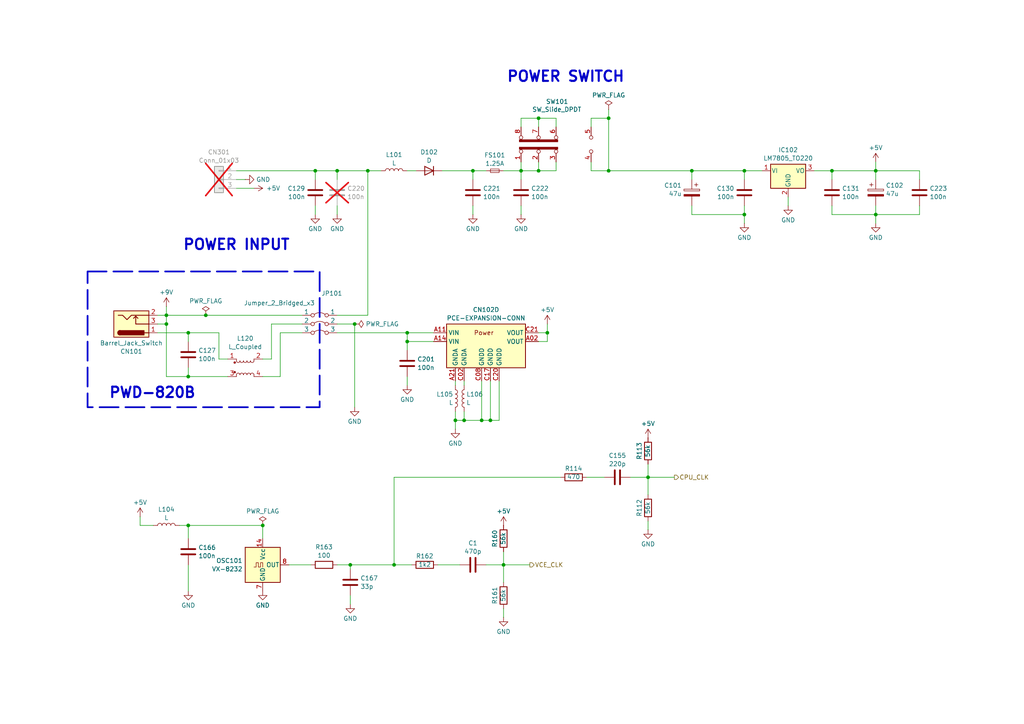
<source format=kicad_sch>
(kicad_sch (version 20231120) (generator "eeschema") (generator_version "8.0")
  (paper "A4")
  (title_block (title "PC-Engine SuperGrafx Schematics") (date "2024-04-18") (rev "0.1") (company "Author: Regis Galland") (comment 1 "Reversed Engineered Schematics from actual PCB"))
  (lib_symbols
    (symbol "Connector:Barrel_Jack_Switch" (pin_names hide)
      (property "Reference" "J" (at 0 5.334 0))
      (property "Value" "Barrel_Jack_Switch" (at 0 -5.08 0))
      (symbol "Barrel_Jack_Switch_0_1"
        (rectangle (start -5.08 3.81) (end 5.08 -3.81) (stroke (width 0.254)) (fill (type background)))
        (arc (start -3.302 3.175) (mid -3.9343 2.54) (end -3.302 1.905) (stroke (width 0.254)))
        (arc (start -3.302 3.175) (mid -3.9343 2.54) (end -3.302 1.905) (stroke (width 0.254)) (fill (type outline)))
        (polyline (pts (xy 1.27 -2.286) (xy 1.905 -1.651)) (stroke (width 0.254)))
        (polyline (pts (xy 5.08 2.54) (xy 3.81 2.54)) (stroke (width 0.254)))
        (polyline (pts (xy 5.08 0) (xy 1.27 0) (xy 1.27 -2.286) (xy 0.635 -1.651)) (stroke (width 0.254)))
        (polyline (pts (xy -3.81 -2.54) (xy -2.54 -2.54) (xy -1.27 -1.27) (xy 0 -2.54) (xy 2.54 -2.54) (xy 5.08 -2.54)) (stroke (width 0.254)))
        (rectangle (start 3.683 3.175) (end -3.302 1.905) (stroke (width 0.254)) (fill (type outline)))
      )
      (symbol "Barrel_Jack_Switch_1_1"
        (pin passive line (at 7.62 2.54 180) (length 2.54) (name "~") (number "1"))
        (pin passive line (at 7.62 -2.54 180) (length 2.54) (name "~") (number "2"))
        (pin passive line (at 7.62 0 180) (length 2.54) (name "~") (number "3"))
      )
    )
    (symbol "Connector_Generic:Conn_01x03" (pin_names (offset 1.016) hide)
      (property "Reference" "J" (at 0 5.08 0))
      (property "Value" "Conn_01x03" (at 0 -5.08 0))
      (symbol "Conn_01x03_1_1"
        (rectangle (start -1.27 -2.413) (end 0 -2.667) (stroke (width 0.1524)))
        (rectangle (start -1.27 0.127) (end 0 -0.127) (stroke (width 0.1524)))
        (rectangle (start -1.27 2.667) (end 0 2.413) (stroke (width 0.1524)))
        (rectangle (start -1.27 3.81) (end 1.27 -3.81) (stroke (width 0.254)) (fill (type background)))
        (pin passive line (at -5.08 2.54 0) (length 3.81) (name "Pin_1") (number "1"))
        (pin passive line (at -5.08 0 0) (length 3.81) (name "Pin_2") (number "2"))
        (pin passive line (at -5.08 -2.54 0) (length 3.81) (name "Pin_3") (number "3"))
      )
    )
    (symbol "Device:C" (pin_numbers hide) (pin_names (offset 0.254))
      (property "Reference" "C" (at 0.635 2.54 0))
      (property "Value" "C" (at 0.635 -2.54 0))
      (symbol "C_0_1"
        (polyline (pts (xy -2.032 -0.762) (xy 2.032 -0.762)) (stroke (width 0.508)))
        (polyline (pts (xy -2.032 0.762) (xy 2.032 0.762)) (stroke (width 0.508)))
      )
      (symbol "C_1_1"
        (pin passive line (at 0 3.81 270) (length 2.794) (name "~") (number "1"))
        (pin passive line (at 0 -3.81 90) (length 2.794) (name "~") (number "2"))
      )
    )
    (symbol "Device:C_Polarized" (pin_numbers hide) (pin_names (offset 0.254))
      (property "Reference" "C" (at 0.635 2.54 0))
      (property "Value" "C_Polarized" (at 0.635 -2.54 0))
      (symbol "C_Polarized_0_1"
        (rectangle (start -2.286 0.508) (end 2.286 1.016))
        (polyline (pts (xy -1.778 2.286) (xy -0.762 2.286)))
        (polyline (pts (xy -1.27 2.794) (xy -1.27 1.778)))
        (rectangle (start 2.286 -0.508) (end -2.286 -1.016) (fill (type outline)))
      )
      (symbol "C_Polarized_1_1"
        (pin passive line (at 0 3.81 270) (length 2.794) (name "~") (number "1"))
        (pin passive line (at 0 -3.81 90) (length 2.794) (name "~") (number "2"))
      )
    )
    (symbol "Device:D" (pin_numbers hide) (pin_names (offset 1.016) hide)
      (property "Reference" "D" (at 0 2.54 0))
      (property "Value" "D" (at 0 -2.54 0))
      (symbol "D_0_1"
        (polyline (pts (xy -1.27 1.27) (xy -1.27 -1.27)) (stroke (width 0.254)))
        (polyline (pts (xy 1.27 0) (xy -1.27 0)))
        (polyline (pts (xy 1.27 1.27) (xy 1.27 -1.27) (xy -1.27 0) (xy 1.27 1.27)) (stroke (width 0.254)))
      )
      (symbol "D_1_1"
        (pin passive line (at -3.81 0 0) (length 2.54) (name "K") (number "1"))
        (pin passive line (at 3.81 0 180) (length 2.54) (name "A") (number "2"))
      )
    )
    (symbol "Device:Fuse_Small" (pin_numbers hide) (pin_names (offset 0.254) hide)
      (property "Reference" "F" (at 0 -1.524 0))
      (property "Value" "Fuse_Small" (at 0 1.524 0))
      (symbol "Fuse_Small_0_1"
        (rectangle (start -1.27 0.508) (end 1.27 -0.508))
        (polyline (pts (xy -1.27 0) (xy 1.27 0)))
      )
      (symbol "Fuse_Small_1_1"
        (pin passive line (at -2.54 0 0) (length 1.27) (name "~") (number "1"))
        (pin passive line (at 2.54 0 180) (length 1.27) (name "~") (number "2"))
      )
    )
    (symbol "Device:L" (pin_numbers hide) (pin_names (offset 1.016) hide)
      (property "Reference" "L" (at -1.27 0 90))
      (property "Value" "L" (at 1.905 0 90))
      (symbol "L_0_1"
        (arc (start 0 -2.54) (mid 0.6323 -1.905) (end 0 -1.27))
        (arc (start 0 -1.27) (mid 0.6323 -0.635) (end 0 0))
        (arc (start 0 0) (mid 0.6323 0.635) (end 0 1.27))
        (arc (start 0 1.27) (mid 0.6323 1.905) (end 0 2.54))
      )
      (symbol "L_1_1"
        (pin passive line (at 0 3.81 270) (length 1.27) (name "1") (number "1"))
        (pin passive line (at 0 -3.81 90) (length 1.27) (name "2") (number "2"))
      )
    )
    (symbol "Device:L_Coupled" (pin_names (offset 0.254) hide)
      (property "Reference" "L" (at 0 4.445 0))
      (property "Value" "L_Coupled" (at 0 -4.445 0))
      (symbol "L_Coupled_0_1"
        (circle (center -3.048 -1.27) (radius 0.254) (fill (type outline)))
        (circle (center -3.048 1.524) (radius 0.254) (fill (type outline)))
        (arc (start -2.54 2.032) (mid -2.032 1.5262) (end -1.524 2.032))
        (arc (start -1.524 -2.032) (mid -2.032 -1.5262) (end -2.54 -2.032))
        (arc (start -1.524 2.032) (mid -1.016 1.5262) (end -0.508 2.032))
        (arc (start -0.508 -2.032) (mid -1.016 -1.5262) (end -1.524 -2.032))
        (arc (start -0.508 2.032) (mid 0 1.5262) (end 0.508 2.032))
        (polyline (pts (xy -2.54 -2.032) (xy -2.54 -2.54)))
        (polyline (pts (xy -2.54 2.032) (xy -2.54 2.54)))
        (polyline (pts (xy 2.54 -2.032) (xy 2.54 -2.54)))
        (polyline (pts (xy 2.54 2.54) (xy 2.54 2.032)))
        (arc (start 0.508 -2.032) (mid 0 -1.5262) (end -0.508 -2.032))
        (arc (start 0.508 2.032) (mid 1.016 1.5262) (end 1.524 2.032))
        (arc (start 1.524 -2.032) (mid 1.016 -1.5262) (end 0.508 -2.032))
        (arc (start 1.524 2.032) (mid 2.032 1.5262) (end 2.54 2.032))
        (arc (start 2.54 -2.032) (mid 2.032 -1.5262) (end 1.524 -2.032))
      )
      (symbol "L_Coupled_1_1"
        (pin passive line (at -5.08 2.54 0) (length 2.54) (name "1") (number "1"))
        (pin passive line (at 5.08 2.54 180) (length 2.54) (name "2") (number "2"))
        (pin passive line (at -5.08 -2.54 0) (length 2.54) (name "3") (number "3"))
        (pin passive line (at 5.08 -2.54 180) (length 2.54) (name "4") (number "4"))
      )
    )
    (symbol "Device:R" (pin_numbers hide) (pin_names (offset 0))
      (property "Reference" "R" (at 2.032 0 90))
      (property "Value" "R" (at 0 0 90))
      (symbol "R_0_1"
        (rectangle (start -1.016 -2.54) (end 1.016 2.54) (stroke (width 0.254)))
      )
      (symbol "R_1_1"
        (pin passive line (at 0 3.81 270) (length 1.27) (name "~") (number "1"))
        (pin passive line (at 0 -3.81 90) (length 1.27) (name "~") (number "2"))
      )
    )
    (symbol "Oscillator:GTXO-S14T" (pin_names (offset 0.254))
      (property "Reference" "X" (at -5.08 6.35 0))
      (property "Value" "GTXO-S14T" (at 1.27 -6.35 0))
      (symbol "GTXO-S14T_0_1"
        (rectangle (start -5.08 5.08) (end 5.08 -5.08) (stroke (width 0.254)) (fill (type background)))
        (polyline (pts (xy -2.54 -0.635) (xy -1.905 -0.635) (xy -1.905 0.635) (xy -1.27 0.635) (xy -1.27 -0.635) (xy -0.635 -0.635) (xy -0.635 0.635) (xy 0 0.635) (xy 0 -0.635)))
      )
      (symbol "GTXO-S14T_1_1"
        (pin no_connect line (at -5.08 2.54 0) (length 2.54) hide (name "NC") (number "1"))
        (pin power_in line (at 0 7.62 270) (length 2.54) (name "Vcc") (number "14"))
        (pin power_in line (at 0 -7.62 90) (length 2.54) (name "GND") (number "7"))
        (pin output line (at 7.62 0 180) (length 2.54) (name "OUT") (number "8"))
      )
    )
    (symbol "Regulator_Linear:LM7805_TO220" (pin_names (offset 0.254))
      (property "Reference" "U" (at -3.81 3.175 0))
      (property "Value" "LM7805_TO220" (at 0 3.175 0))
      (symbol "LM7805_TO220_0_1"
        (rectangle (start -5.08 1.905) (end 5.08 -5.08) (stroke (width 0.254)) (fill (type background)))
      )
      (symbol "LM7805_TO220_1_1"
        (pin power_in line (at -7.62 0 0) (length 2.54) (name "VI") (number "1"))
        (pin power_in line (at 0 -7.62 90) (length 2.54) (name "GND") (number "2"))
        (pin power_out line (at 7.62 0 180) (length 2.54) (name "VO") (number "3"))
      )
    )
    (symbol "SuperGrafx:Jumper_2_Bridged_x3" (pin_numbers hide) (pin_names (offset 0)) (exclude_from_sim yes)
      (property "Reference" "JP" (at 0 1.905 0))
      (property "Value" "Jumper_2_Bridged_x3" (at -0.254 -10.668 0))
      (symbol "Jumper_2_Bridged_x3_0_0"
        (circle (center -2.032 -5.08) (radius 0.508))
        (circle (center -2.032 -2.54) (radius 0.508))
        (circle (center -2.032 0) (radius 0.508))
        (circle (center 2.032 -5.08) (radius 0.508))
        (circle (center 2.032 -2.54) (radius 0.508))
        (circle (center 2.032 0) (radius 0.508))
      )
      (symbol "Jumper_2_Bridged_x3_0_1"
        (arc (start 1.524 -4.826) (mid 0 -4.318) (end -1.524 -4.826))
        (arc (start 1.524 -2.286) (mid 0 -1.778) (end -1.524 -2.286))
        (arc (start 1.524 0.254) (mid 0 0.762) (end -1.524 0.254))
      )
      (symbol "Jumper_2_Bridged_x3_1_1"
        (pin passive line (at -5.08 0 0) (length 2.54) (name "1") (number "1"))
        (pin passive line (at -5.08 -2.54 0) (length 2.54) (name "2") (number "2"))
        (pin passive line (at -5.08 -5.08 0) (length 2.54) (name "3") (number "3"))
        (pin passive line (at 5.08 0 180) (length 2.54) (name "1") (number "4"))
        (pin passive line (at 5.08 -2.54 180) (length 2.54) (name "2") (number "5"))
        (pin passive line (at 5.08 -5.08 180) (length 2.54) (name "3") (number "6"))
      )
    )
    (symbol "SuperGrafx:PCE-EXPANSION-CONN"
      (property "Reference" "SPC-E1" (at 12.192 -24.1878 0))
      (property "Value" "PCE-EXPANSION-CONN" (at 12.192 -26.6121 0))
      (symbol "PCE-EXPANSION-CONN_1_0"
        (polyline (pts (xy 8.89 2.54) (xy 8.89 -53.34)) (stroke (width 0.1524)))
      )
      (symbol "PCE-EXPANSION-CONN_1_1"
        (rectangle (start 3.81 2.54) (end 11.43 -53.34) (stroke (width 0.254)) (fill (type background)))
        (text "Address Bus" (at 10.16 -24.892 900) (effects (font (size 1.27 1.27))))
        (pin passive line (at 0 -45.72 0) (length 3.81) (name "A18") (number "A04"))
        (pin passive line (at 0 -35.56 0) (length 3.81) (name "A14") (number "A05"))
        (pin passive line (at 0 -22.86 0) (length 3.81) (name "A9") (number "A06"))
        (pin passive line (at 0 -25.4 0) (length 3.81) (name "A10") (number "A07"))
        (pin passive line (at 0 -20.32 0) (length 3.81) (name "A8") (number "B06"))
        (pin passive line (at 0 0 0) (length 3.81) (name "A0") (number "B12"))
        (pin passive line (at 0 -5.08 0) (length 3.81) (name "A2") (number "B13"))
        (pin passive line (at 0 -12.7 0) (length 3.81) (name "A5") (number "B15"))
        (pin passive line (at 0 -17.78 0) (length 3.81) (name "A7") (number "B16"))
        (pin passive line (at 0 -30.48 0) (length 3.81) (name "A12") (number "B17"))
        (pin passive line (at 0 -40.64 0) (length 3.81) (name "A16") (number "B18"))
        (pin passive line (at 0 -50.8 0) (length 3.81) (name "A20") (number "B19"))
        (pin passive line (at 0 -43.18 0) (length 3.81) (name "A17") (number "C05"))
        (pin passive line (at 0 -33.02 0) (length 3.81) (name "A13") (number "C06"))
        (pin passive line (at 0 -27.94 0) (length 3.81) (name "A11") (number "C07"))
        (pin passive line (at 0 -2.54 0) (length 3.81) (name "A1") (number "C13"))
        (pin passive line (at 0 -7.62 0) (length 3.81) (name "A3") (number "C14"))
        (pin passive line (at 0 -10.16 0) (length 3.81) (name "A4") (number "C15"))
        (pin passive line (at 0 -15.24 0) (length 3.81) (name "A6") (number "C16"))
        (pin passive line (at 0 -38.1 0) (length 3.81) (name "A15") (number "C18"))
        (pin passive line (at 0 -48.26 0) (length 3.81) (name "A19") (number "C19"))
      )
      (symbol "PCE-EXPANSION-CONN_2_1"
        (rectangle (start 3.81 2.54) (end 10.795 -10.16) (stroke (width 0.254)) (fill (type background)))
        (pin passive line (at 0 0 0) (length 3.81) (name "SNDL") (number "A01"))
        (pin passive line (at 0 -7.62 0) (length 3.81) (name "VID") (number "A23"))
        (pin passive line (at 0 -2.54 0) (length 3.81) (name "SNDIN") (number "B01"))
        (pin passive line (at 0 -5.08 0) (length 3.81) (name "SNDR") (number "C01"))
      )
      (symbol "PCE-EXPANSION-CONN_3_0"
        (polyline (pts (xy 8.89 2.54) (xy 8.89 -35.56) (xy 8.89 -35.56)) (stroke (width 0.1524)))
        (text "Data Bus + Control Signals" (at 10.414 -16.002 900) (effects (font (size 1.27 1.27))))
      )
      (symbol "PCE-EXPANSION-CONN_3_1"
        (rectangle (start 3.81 2.54) (end 11.43 -35.56) (stroke (width 0.254)) (fill (type background)))
        (pin passive line (at 0 -8.89 0) (length 3.81) (name "D1") (number "A08"))
        (pin passive line (at 0 -33.02 0) (length 3.81) (name "XB") (number "B02"))
        (pin passive line (at 0 0 0) (length 3.81) (name "WR") (number "B04"))
        (pin passive line (at 0 -2.54 0) (length 3.81) (name "RD") (number "B07"))
        (pin passive line (at 0 -6.35 0) (length 3.81) (name "D0") (number "B08"))
        (pin passive line (at 0 -13.97 0) (length 3.81) (name "D3") (number "B09"))
        (pin passive line (at 0 -19.05 0) (length 3.81) (name "D5") (number "B10"))
        (pin passive line (at 0 -30.48 0) (length 3.81) (name "IRQ2") (number "B21"))
        (pin passive line (at 0 -11.43 0) (length 3.81) (name "D2") (number "C09"))
        (pin passive line (at 0 -16.51 0) (length 3.81) (name "D4") (number "C10"))
        (pin passive line (at 0 -21.59 0) (length 3.81) (name "D6") (number "C11"))
        (pin passive line (at 0 -24.13 0) (length 3.81) (name "D7") (number "C12"))
      )
      (symbol "PCE-EXPANSION-CONN_4_0"
        (text "Power" (at 14.605 0 0) (effects (font (size 1.27 1.27))))
      )
      (symbol "PCE-EXPANSION-CONN_4_1"
        (rectangle (start 3.81 2.54) (end 26.67 -10.16) (stroke (width 0.254)) (fill (type background)))
        (pin passive line (at 30.48 -2.54 180) (length 3.81) (name "VOUT") (number "A02"))
        (pin passive line (at 0 0 0) (length 3.81) (name "VIN") (number "A11"))
        (pin passive line (at 0 -2.54 0) (length 3.81) (name "VIN") (number "A14"))
        (pin passive line (at 6.35 -13.97 90) (length 3.81) (name "GNDA") (number "A21"))
        (pin passive line (at 8.89 -13.97 90) (length 3.81) (name "GNDA") (number "C02"))
        (pin passive line (at 13.97 -13.97 90) (length 3.81) (name "GNDD") (number "C08"))
        (pin passive line (at 16.51 -13.97 90) (length 3.81) (name "GNDD") (number "C17"))
        (pin passive line (at 19.05 -13.97 90) (length 3.81) (name "GNDD") (number "C20"))
        (pin passive line (at 30.48 0 180) (length 3.81) (name "VOUT") (number "C21"))
      )
      (symbol "PCE-EXPANSION-CONN_5_0"
        (polyline (pts (xy 11.43 2.54) (xy 11.43 -67.945)) (stroke (width 0.1524)))
      )
      (symbol "PCE-EXPANSION-CONN_5_1"
        (rectangle (start 3.81 2.54) (end 13.97 -67.945) (stroke (width 0.254)) (fill (type background)))
        (text "Unused Conenctions" (at 12.7 -32.385 900) (effects (font (size 1.27 1.27))))
        (pin passive line (at 0 0 0) (length 3.81) (name "CESEL") (number "A03"))
        (pin passive line (at 0 -25.4 0) (length 3.81) (name "DCK") (number "A09"))
        (pin passive line (at 0 -27.94 0) (length 3.81) (name "VSYNC") (number "A10"))
        (pin passive line (at 0 -2.54 0) (length 3.81) (name "SPBG") (number "A12"))
        (pin passive line (at 0 -5.08 0) (length 3.81) (name "VD7") (number "A13"))
        (pin passive line (at 0 -10.16 0) (length 3.81) (name "VD5") (number "A15"))
        (pin passive line (at 0 -12.7 0) (length 3.81) (name "VD4") (number "A16"))
        (pin passive line (at 0 -15.24 0) (length 3.81) (name "VD3") (number "A17"))
        (pin passive line (at 0 -17.78 0) (length 3.81) (name "VD2") (number "A18"))
        (pin passive line (at 0 -20.32 0) (length 3.81) (name "VD1") (number "A19"))
        (pin passive line (at 0 -22.86 0) (length 3.81) (name "VD0") (number "A20"))
        (pin passive line (at 0 -50.8 0) (length 3.81) (name "VIDEOR") (number "A22"))
        (pin passive line (at 0 -58.42 0) (length 3.81) (name "HSM") (number "B03"))
        (pin passive line (at 0 -60.96 0) (length 3.81) (name "XNMI") (number "B05"))
        (pin passive line (at 0 -30.48 0) (length 3.81) (name "HSYNC") (number "B11"))
        (pin passive line (at 0 -7.62 0) (length 3.81) (name "VD6") (number "B14"))
        (pin passive line (at 0 -35.56 0) (length 3.81) (name "RDY") (number "B20"))
        (pin passive line (at 0 -63.5 0) (length 3.81) (name "XRESET") (number "B22"))
        (pin passive line (at 0 -45.72 0) (length 3.81) (name "VIDEOG") (number "B23"))
        (pin passive line (at 0 -66.04 0) (length 3.81) (name "XCARD") (number "C03"))
        (pin passive line (at 0 -33.02 0) (length 3.81) (name "XCEK") (number "C04"))
        (pin passive line (at 0 -43.18 0) (length 3.81) (name "SYNCV") (number "C22"))
        (pin passive line (at 0 -48.26 0) (length 3.81) (name "VIDEOB") (number "C23"))
      )
    )
    (symbol "SuperGrafx:SW_Slide_DPDT" (pin_names (offset 0) hide)
      (property "Reference" "SW" (at 0 8.382 0))
      (property "Value" "SW_Slide_DPDT" (at 0 -18.034 0))
      (symbol "SW_Slide_DPDT_0_0"
        (circle (center -2.032 -15.24) (radius 0.508))
        (circle (center -2.032 -5.08) (radius 0.508))
        (circle (center -2.032 5.08) (radius 0.508))
        (circle (center 2.032 -15.24) (radius 0.508))
        (circle (center 2.032 0) (radius 0.508))
      )
      (symbol "SW_Slide_DPDT_0_1"
        (circle (center -2.032 0) (radius 0.508))
        (circle (center 2.032 -5.08) (radius 0.508))
        (circle (center 2.032 5.08) (radius 0.508))
      )
      (symbol "SW_Slide_DPDT_1_1"
        (rectangle (start -1.397 5.588) (end -0.762 -5.588) (fill (type outline)))
        (rectangle (start 0.762 5.588) (end 1.397 -5.588) (fill (type outline)))
        (pin passive line (at -5.08 5.08 0) (length 2.54) (name "") (number "1"))
        (pin passive line (at -5.08 0 0) (length 2.54) (name "") (number "2"))
        (pin passive line (at -5.08 -5.08 0) (length 2.54) (name "") (number "3"))
        (pin passive line (at -5.08 -15.24 0) (length 2.54) (name "") (number "4"))
        (pin passive line (at 5.08 -15.24 180) (length 2.54) (name "") (number "5"))
        (pin passive line (at 5.08 -5.08 180) (length 2.54) (name "") (number "6"))
        (pin passive line (at 5.08 0 180) (length 2.54) (name "") (number "7"))
        (pin passive line (at 5.08 5.08 180) (length 2.54) (name "") (number "8"))
      )
    )
    (symbol "power:+5V" (power) (pin_numbers hide) (pin_names (offset 0) hide)
      (property "Value" "+5V" (at 0 3.556 0))
      (symbol "+5V_0_1"
        (polyline (pts (xy -0.762 1.27) (xy 0 2.54)))
        (polyline (pts (xy 0 0) (xy 0 2.54)))
        (polyline (pts (xy 0 2.54) (xy 0.762 1.27)))
      )
      (symbol "+5V_1_1"
        (pin power_in line (at 0 0 90) (length 0) (name "~") (number "1"))
      )
    )
    (symbol "power:+9V" (power) (pin_numbers hide) (pin_names (offset 0) hide)
      (property "Value" "+9V" (at 0 3.556 0))
      (symbol "+9V_0_1"
        (polyline (pts (xy -0.762 1.27) (xy 0 2.54)))
        (polyline (pts (xy 0 0) (xy 0 2.54)))
        (polyline (pts (xy 0 2.54) (xy 0.762 1.27)))
      )
      (symbol "+9V_1_1"
        (pin power_in line (at 0 0 90) (length 0) (name "~") (number "1"))
      )
    )
    (symbol "power:GND" (power) (pin_numbers hide) (pin_names (offset 0) hide)
      (property "Value" "GND" (at 0 -3.81 0))
      (symbol "GND_0_1"
        (polyline (pts (xy 0 0) (xy 0 -1.27) (xy 1.27 -1.27) (xy 0 -2.54) (xy -1.27 -1.27) (xy 0 -1.27)))
      )
      (symbol "GND_1_1"
        (pin power_in line (at 0 0 270) (length 0) (name "~") (number "1"))
      )
    )
    (symbol "power:PWR_FLAG" (power) (pin_numbers hide) (pin_names (offset 0) hide)
      (property "Value" "PWR_FLAG" (at 0 3.81 0))
      (symbol "PWR_FLAG_0_0"
        (pin power_out line (at 0 0 90) (length 0) (name "~") (number "1"))
      )
      (symbol "PWR_FLAG_0_1"
        (polyline (pts (xy 0 0) (xy 0 1.27) (xy -1.016 1.905) (xy 0 2.54) (xy 1.016 1.905) (xy 0 1.27)))
      )
    )
  )
  (junction (at 158.75 96.52))
  (junction (at 54.61 96.52))
  (junction (at 54.61 152.4))
  (junction (at 142.24 121.92))
  (junction (at 97.79 49.53))
  (junction (at 200.66 49.53))
  (junction (at 48.26 93.98))
  (junction (at 118.11 99.06))
  (junction (at 48.26 91.44))
  (junction (at 114.3 163.83))
  (junction (at 132.08 121.92))
  (junction (at 137.16 49.53))
  (junction (at 254 49.53))
  (junction (at 215.9 49.53))
  (junction (at 176.53 34.29))
  (junction (at 54.61 109.22))
  (junction (at 134.62 121.92))
  (junction (at 101.6 163.83))
  (junction (at 118.11 96.52))
  (junction (at 59.69 91.44))
  (junction (at 156.21 49.53))
  (junction (at 91.44 49.53))
  (junction (at 102.87 93.98))
  (junction (at 187.96 138.43))
  (junction (at 241.3 49.53))
  (junction (at 156.21 34.29))
  (junction (at 151.13 49.53))
  (junction (at 139.7 121.92))
  (junction (at 176.53 49.53))
  (junction (at 146.05 163.83))
  (junction (at 76.2 152.4))
  (junction (at 215.9 62.23))
  (junction (at 106.68 49.53))
  (junction (at 254 62.23))
  (wire (pts (xy 78.74 93.98) (xy 78.74 104.14)))
  (wire (pts (xy 176.53 34.29) (xy 171.45 34.29)))
  (wire (pts (xy 63.5 96.52) (xy 54.61 96.52)))
  (wire (pts (xy 176.53 49.53) (xy 176.53 34.29)))
  (wire (pts (xy 156.21 96.52) (xy 158.75 96.52)))
  (wire (pts (xy 254 62.23) (xy 266.7 62.23)))
  (wire (pts (xy 54.61 156.21) (xy 54.61 152.4)))
  (wire (pts (xy 182.88 138.43) (xy 187.96 138.43)))
  (wire (pts (xy 161.29 34.29) (xy 156.21 34.29)))
  (wire (pts (xy 63.5 104.14) (xy 63.5 96.52)))
  (wire (pts (xy 220.98 49.53) (xy 215.9 49.53)))
  (wire (pts (xy 171.45 34.29) (xy 171.45 36.83)))
  (wire (pts (xy 66.04 104.14) (xy 63.5 104.14)))
  (wire (pts (xy 134.62 121.92) (xy 139.7 121.92)))
  (wire (pts (xy 71.12 52.07) (xy 68.58 52.07)))
  (wire (pts (xy 114.3 163.83) (xy 119.38 163.83)))
  (wire (pts (xy 40.64 149.86) (xy 40.64 152.4)))
  (wire (pts (xy 132.08 121.92) (xy 134.62 121.92)))
  (wire (pts (xy 134.62 110.49) (xy 134.62 111.76)))
  (wire (pts (xy 161.29 49.53) (xy 161.29 46.99)))
  (wire (pts (xy 156.21 36.83) (xy 156.21 34.29)))
  (wire (pts (xy 200.66 62.23) (xy 200.66 59.69)))
  (wire (pts (xy 91.44 49.53) (xy 68.58 49.53)))
  (wire (pts (xy 151.13 46.99) (xy 151.13 49.53)))
  (wire (pts (xy 81.28 109.22) (xy 76.2 109.22)))
  (wire (pts (xy 102.87 93.98) (xy 102.87 118.11)))
  (wire (pts (xy 146.05 163.83) (xy 146.05 168.91)))
  (wire (pts (xy 118.11 49.53) (xy 120.65 49.53)))
  (wire (pts (xy 171.45 49.53) (xy 176.53 49.53)))
  (wire (pts (xy 158.75 96.52) (xy 158.75 99.06)))
  (wire (pts (xy 142.24 110.49) (xy 142.24 121.92)))
  (wire (pts (xy 73.66 54.61) (xy 68.58 54.61)))
  (wire (pts (xy 101.6 172.72) (xy 101.6 175.26)))
  (wire (pts (xy 118.11 96.52) (xy 125.73 96.52)))
  (wire (pts (xy 241.3 49.53) (xy 241.3 52.07)))
  (wire (pts (xy 106.68 49.53) (xy 106.68 91.44)))
  (wire (pts (xy 151.13 49.53) (xy 156.21 49.53)))
  (wire (pts (xy 45.72 91.44) (xy 48.26 91.44)))
  (wire (pts (xy 215.9 49.53) (xy 200.66 49.53)))
  (wire (pts (xy 176.53 49.53) (xy 200.66 49.53)))
  (wire (pts (xy 156.21 99.06) (xy 158.75 99.06)))
  (wire (pts (xy 156.21 34.29) (xy 151.13 34.29)))
  (wire (pts (xy 236.22 49.53) (xy 241.3 49.53)))
  (wire (pts (xy 118.11 99.06) (xy 125.73 99.06)))
  (wire (pts (xy 175.26 138.43) (xy 170.18 138.43)))
  (wire (pts (xy 137.16 59.69) (xy 137.16 62.23)))
  (wire (pts (xy 101.6 163.83) (xy 101.6 165.1)))
  (wire (pts (xy 139.7 121.92) (xy 142.24 121.92)))
  (wire (pts (xy 59.69 91.44) (xy 87.63 91.44)))
  (wire (pts (xy 144.78 110.49) (xy 144.78 121.92)))
  (wire (pts (xy 118.11 109.22) (xy 118.11 111.76)))
  (wire (pts (xy 91.44 49.53) (xy 91.44 52.07)))
  (wire (pts (xy 146.05 160.02) (xy 146.05 163.83)))
  (wire (pts (xy 87.63 96.52) (xy 81.28 96.52)))
  (wire (pts (xy 187.96 138.43) (xy 187.96 143.51)))
  (wire (pts (xy 101.6 163.83) (xy 114.3 163.83)))
  (wire (pts (xy 254 46.99) (xy 254 49.53)))
  (wire (pts (xy 134.62 119.38) (xy 134.62 121.92)))
  (wire (pts (xy 114.3 138.43) (xy 162.56 138.43)))
  (wire (pts (xy 187.96 153.67) (xy 187.96 151.13)))
  (wire (pts (xy 45.72 96.52) (xy 54.61 96.52)))
  (wire (pts (xy 151.13 59.69) (xy 151.13 62.23)))
  (wire (pts (xy 151.13 34.29) (xy 151.13 36.83)))
  (wire (pts (xy 171.45 46.99) (xy 171.45 49.53)))
  (wire (pts (xy 91.44 59.69) (xy 91.44 62.23)))
  (wire (pts (xy 54.61 171.45) (xy 54.61 163.83)))
  (wire (pts (xy 215.9 62.23) (xy 200.66 62.23)))
  (wire (pts (xy 151.13 49.53) (xy 151.13 52.07)))
  (wire (pts (xy 132.08 119.38) (xy 132.08 121.92)))
  (wire (pts (xy 48.26 88.9) (xy 48.26 91.44)))
  (wire (pts (xy 215.9 59.69) (xy 215.9 62.23)))
  (wire (pts (xy 128.27 49.53) (xy 137.16 49.53)))
  (wire (pts (xy 48.26 91.44) (xy 48.26 93.98)))
  (wire (pts (xy 200.66 49.53) (xy 200.66 52.07)))
  (wire (pts (xy 156.21 46.99) (xy 156.21 49.53)))
  (wire (pts (xy 132.08 121.92) (xy 132.08 124.46)))
  (wire (pts (xy 187.96 134.62) (xy 187.96 138.43)))
  (wire (pts (xy 187.96 138.43) (xy 195.58 138.43)))
  (wire (pts (xy 87.63 93.98) (xy 78.74 93.98)))
  (wire (pts (xy 146.05 163.83) (xy 153.67 163.83)))
  (wire (pts (xy 102.87 93.98) (xy 97.79 93.98)))
  (wire (pts (xy 118.11 96.52) (xy 118.11 99.06)))
  (wire (pts (xy 254 49.53) (xy 241.3 49.53)))
  (wire (pts (xy 54.61 109.22) (xy 48.26 109.22)))
  (wire (pts (xy 158.75 93.98) (xy 158.75 96.52)))
  (wire (pts (xy 114.3 138.43) (xy 114.3 163.83)))
  (wire (pts (xy 76.2 104.14) (xy 78.74 104.14)))
  (wire (pts (xy 52.07 152.4) (xy 54.61 152.4)))
  (wire (pts (xy 54.61 152.4) (xy 76.2 152.4)))
  (wire (pts (xy 97.79 96.52) (xy 118.11 96.52)))
  (wire (pts (xy 97.79 49.53) (xy 97.79 52.07)))
  (wire (pts (xy 66.04 109.22) (xy 54.61 109.22)))
  (wire (pts (xy 215.9 62.23) (xy 215.9 64.77)))
  (wire (pts (xy 40.64 152.4) (xy 44.45 152.4)))
  (wire (pts (xy 97.79 49.53) (xy 91.44 49.53)))
  (wire (pts (xy 97.79 59.69) (xy 97.79 62.23)))
  (wire (pts (xy 54.61 96.52) (xy 54.61 99.06)))
  (wire (pts (xy 139.7 110.49) (xy 139.7 121.92)))
  (wire (pts (xy 81.28 96.52) (xy 81.28 109.22)))
  (wire (pts (xy 146.05 49.53) (xy 151.13 49.53)))
  (wire (pts (xy 254 49.53) (xy 266.7 49.53)))
  (wire (pts (xy 48.26 93.98) (xy 48.26 109.22)))
  (wire (pts (xy 254 62.23) (xy 254 59.69)))
  (wire (pts (xy 266.7 59.69) (xy 266.7 62.23)))
  (wire (pts (xy 137.16 49.53) (xy 140.97 49.53)))
  (wire (pts (xy 156.21 49.53) (xy 161.29 49.53)))
  (wire (pts (xy 106.68 49.53) (xy 97.79 49.53)))
  (wire (pts (xy 54.61 106.68) (xy 54.61 109.22)))
  (wire (pts (xy 161.29 36.83) (xy 161.29 34.29)))
  (wire (pts (xy 254 64.77) (xy 254 62.23)))
  (wire (pts (xy 228.6 59.69) (xy 228.6 57.15)))
  (wire (pts (xy 118.11 99.06) (xy 118.11 101.6)))
  (wire (pts (xy 146.05 179.07) (xy 146.05 176.53)))
  (wire (pts (xy 142.24 121.92) (xy 144.78 121.92)))
  (wire (pts (xy 254 49.53) (xy 254 52.07)))
  (wire (pts (xy 97.79 91.44) (xy 106.68 91.44)))
  (wire (pts (xy 241.3 62.23) (xy 254 62.23)))
  (wire (pts (xy 48.26 91.44) (xy 59.69 91.44)))
  (wire (pts (xy 133.35 163.83) (xy 127 163.83)))
  (wire (pts (xy 266.7 49.53) (xy 266.7 52.07)))
  (wire (pts (xy 76.2 152.4) (xy 76.2 156.21)))
  (wire (pts (xy 132.08 110.49) (xy 132.08 111.76)))
  (wire (pts (xy 137.16 49.53) (xy 137.16 52.07)))
  (wire (pts (xy 215.9 49.53) (xy 215.9 52.07)))
  (wire (pts (xy 106.68 49.53) (xy 110.49 49.53)))
  (wire (pts (xy 83.82 163.83) (xy 90.17 163.83)))
  (wire (pts (xy 241.3 59.69) (xy 241.3 62.23)))
  (wire (pts (xy 97.79 163.83) (xy 101.6 163.83)))
  (wire (pts (xy 48.26 93.98) (xy 45.72 93.98)))
  (wire (pts (xy 140.97 163.83) (xy 146.05 163.83)))
  (wire (pts (xy 176.53 31.75) (xy 176.53 34.29)))
  (rectangle (start 25.4 78.74) (end 92.71 118.11) (stroke (width 0.5) (type dash)))
  (text "POWER INPUT" (at 68.58 71.12 0) (effects (font (size 3 3) (thickness 0.6) (bold yes))))
  (text "PWD-820B" (at 44.196 114.046 0) (effects (font (size 3 3) (thickness 0.6) (bold yes))))
  (text "POWER SWITCH" (at 164.084 22.352 0) (effects (font (size 3 3) (thickness 0.6) (bold yes))))
  (hierarchical_label "VCE_CLK" (shape output) (at 153.67 163.83 0))
  (hierarchical_label "CPU_CLK" (shape output) (at 195.58 138.43 0))
  (symbol (lib_id "Device:L") (at 48.26 152.4 90) (unit 1)
    (property "Reference" "L104" (at 48.26 147.7502 90))
    (property "Value" "L" (at 48.26 150.1745 90))
    (property "Description" "Inductor" (effects (hide yes)))
  )
  (symbol (lib_id "power:PWR_FLAG") (at 176.53 31.75 0) (unit 1)
    (property "Reference" "#FLG06" (effects (hide yes)))
    (property "Value" "PWR_FLAG" (at 176.53 27.6169 0))
    (property "Description" "Special symbol for telling ERC where power comes from" (effects (hide yes)))
  )
  (symbol (lib_id "power:PWR_FLAG") (at 76.2 152.4 0) (unit 1)
    (property "Reference" "#FLG09" (effects (hide yes)))
    (property "Value" "PWR_FLAG" (at 76.2 148.2669 0))
    (property "Description" "Special symbol for telling ERC where power comes from" (effects (hide yes)))
  )
  (symbol (lib_id "Device:R") (at 187.96 130.81 0) (mirror x) (unit 1)
    (property "Reference" "R113" (at 185.42 130.81 90))
    (property "Value" "56k" (at 187.8443 130.81 90))
    (property "Description" "Resistor" (effects (hide yes)))
  )
  (symbol (lib_id "Device:C") (at 241.3 55.88 0) (unit 1)
    (property "Reference" "C131" (at 244.221 54.6678 0) (effects (justify left)))
    (property "Value" "100n" (at 244.221 57.0921 0) (effects (justify left)))
    (property "Description" "Unpolarized capacitor" (effects (hide yes)))
  )
  (symbol (lib_id "power:GND") (at 54.61 171.45 0) (unit 1)
    (property "Reference" "#PWR0179" (effects (hide yes)))
    (property "Value" "GND" (at 54.61 175.5831 0))
    (property "Description" "Power symbol creates a global label with name \"GND\" , ground" (effects (hide yes)))
  )
  (symbol (lib_id "SuperGrafx:Jumper_2_Bridged_x3") (at 92.71 91.44 0) (unit 1) (exclude_from_sim yes)
    (property "Reference" "JP101" (at 96.266 85.09 0))
    (property "Value" "Jumper_2_Bridged_x3" (at 81.026 87.884 0))
    (property "Description" "Jumper, 2-pole, closed/bridged" (effects (hide yes)))
  )
  (symbol (lib_id "power:GND") (at 76.2 171.45 0) (unit 1)
    (property "Reference" "#PWR0180" (effects (hide yes)))
    (property "Value" "GND" (at 76.2 175.5831 0))
    (property "Description" "Power symbol creates a global label with name \"GND\" , ground" (effects (hide yes)))
  )
  (symbol (lib_id "Device:R") (at 146.05 156.21 0) (unit 1)
    (property "Reference" "R160" (at 143.51 156.21 90))
    (property "Value" "56k" (at 145.9343 156.21 90))
    (property "Description" "Resistor" (effects (hide yes)))
  )
  (symbol (lib_id "power:GND") (at 137.16 62.23 0) (mirror y) (unit 1)
    (property "Reference" "#PWR0169" (effects (hide yes)))
    (property "Value" "GND" (at 137.16 66.3631 0))
    (property "Description" "Power symbol creates a global label with name \"GND\" , ground" (effects (hide yes)))
  )
  (symbol (lib_id "power:GND") (at 101.6 175.26 0) (unit 1)
    (property "Reference" "#PWR0181" (effects (hide yes)))
    (property "Value" "GND" (at 101.6 179.3931 0))
    (property "Description" "Power symbol creates a global label with name \"GND\" , ground" (effects (hide yes)))
  )
  (symbol (lib_id "power:+5V") (at 187.96 127 0) (mirror y) (unit 1)
    (property "Reference" "#PWR04" (effects (hide yes)))
    (property "Value" "+5V" (at 187.96 122.8669 0))
    (property "Description" "Power symbol creates a global label with name \"+5V\"" (effects (hide yes)))
  )
  (symbol (lib_id "power:GND") (at 151.13 62.23 0) (mirror y) (unit 1)
    (property "Reference" "#PWR0170" (effects (hide yes)))
    (property "Value" "GND" (at 151.13 66.3631 0))
    (property "Description" "Power symbol creates a global label with name \"GND\" , ground" (effects (hide yes)))
  )
  (symbol (lib_id "power:GND") (at 132.08 124.46 0) (unit 1)
    (property "Reference" "#PWR0177" (effects (hide yes)))
    (property "Value" "GND" (at 132.08 128.5931 0))
    (property "Description" "Power symbol creates a global label with name \"GND\" , ground" (effects (hide yes)))
  )
  (symbol (lib_id "Device:R") (at 146.05 172.72 0) (unit 1)
    (property "Reference" "R161" (at 143.51 172.72 90))
    (property "Value" "56k" (at 145.9343 172.72 90))
    (property "Description" "Resistor" (effects (hide yes)))
  )
  (symbol (lib_id "Device:L_Coupled") (at 71.12 106.68 0) (unit 1)
    (property "Reference" "L120" (at 71.12 98.1597 0))
    (property "Value" "L_Coupled" (at 71.12 100.584 0))
    (property "Description" "Coupled inductor" (effects (hide yes)))
  )
  (symbol (lib_id "Device:D") (at 124.46 49.53 0) (mirror y) (unit 1)
    (property "Reference" "D102" (at 124.46 44.1155 0))
    (property "Value" "D" (at 124.46 46.5398 0))
    (property "Description" "Diode" (effects (hide yes)))
    (property "Sim.Device" "D" (effects (hide yes)))
    (property "Sim.Pins" "1=K 2=A" (effects (hide yes)))
  )
  (symbol (lib_id "Device:C") (at 101.6 168.91 0) (unit 1)
    (property "Reference" "C167" (at 104.521 167.6978 0) (effects (justify left)))
    (property "Value" "33p" (at 104.521 170.1221 0) (effects (justify left)))
    (property "Description" "Unpolarized capacitor" (effects (hide yes)))
  )
  (symbol (lib_id "Regulator_Linear:LM7805_TO220") (at 228.6 49.53 0) (unit 1)
    (property "Reference" "IC102" (at 228.6 43.4805 0))
    (property "Value" "LM7805_TO220" (at 228.6 45.9048 0))
    (property "Footprint" "Package_TO_SOT_THT:TO-220-3_Vertical" (effects (hide yes)))
    (property "Datasheet" "https://www.onsemi.cn/PowerSolutions/document/MC7800-D.PDF" (effects (hide yes)))
    (property "Description" "Positive 1A 35V Linear Regulator, Fixed Output 5V, TO-220" (effects (hide yes)))
  )
  (symbol (lib_id "Device:C") (at 266.7 55.88 0) (unit 1)
    (property "Reference" "C223" (at 269.621 54.6678 0) (effects (justify left)))
    (property "Value" "100n" (at 269.621 57.0921 0) (effects (justify left)))
    (property "Description" "Unpolarized capacitor" (effects (hide yes)))
  )
  (symbol (lib_id "Device:R") (at 187.96 147.32 0) (mirror x) (unit 1)
    (property "Reference" "R112" (at 185.42 147.32 90))
    (property "Value" "56k" (at 187.8443 147.32 90))
    (property "Description" "Resistor" (effects (hide yes)))
  )
  (symbol (lib_id "power:GND") (at 187.96 153.67 0) (unit 1)
    (property "Reference" "#PWR05" (effects (hide yes)))
    (property "Value" "GND" (at 187.96 157.8031 0))
    (property "Description" "Power symbol creates a global label with name \"GND\" , ground" (effects (hide yes)))
  )
  (symbol (lib_id "SuperGrafx:PCE-EXPANSION-CONN") (at 125.73 96.52 0) (unit 4)
    (property "Reference" "CN102" (at 140.97 89.8355 0))
    (property "Value" "PCE-EXPANSION-CONN" (at 140.97 92.2598 0))
  )
  (symbol (lib_id "power:+5V") (at 40.64 149.86 0) (mirror y) (unit 1)
    (property "Reference" "#PWR0178" (effects (hide yes)))
    (property "Value" "+5V" (at 40.64 145.7269 0))
    (property "Description" "Power symbol creates a global label with name \"+5V\"" (effects (hide yes)))
  )
  (symbol (lib_id "Device:R") (at 93.98 163.83 90) (mirror x) (unit 1)
    (property "Reference" "R163" (at 93.98 158.6695 90))
    (property "Value" "100" (at 93.98 161.0938 90))
    (property "Description" "Resistor" (effects (hide yes)))
  )
  (symbol (lib_id "Device:C") (at 118.11 105.41 0) (unit 1)
    (property "Reference" "C201" (at 121.031 104.1978 0) (effects (justify left)))
    (property "Value" "100n" (at 121.031 106.6221 0) (effects (justify left)))
    (property "Description" "Unpolarized capacitor" (effects (hide yes)))
  )
  (symbol (lib_id "Device:L") (at 134.62 115.57 180) (unit 1)
    (property "Reference" "L106" (at 135.2549 114.3578 0) (effects (justify right)))
    (property "Value" "L" (at 135.2549 116.7821 0) (effects (justify right)))
    (property "Description" "Inductor" (effects (hide yes)))
  )
  (symbol (lib_id "power:GND") (at 215.9 64.77 0) (unit 1)
    (property "Reference" "#PWR0171" (effects (hide yes)))
    (property "Value" "GND" (at 215.9 68.9031 0))
    (property "Description" "Power symbol creates a global label with name \"GND\" , ground" (effects (hide yes)))
  )
  (symbol (lib_id "power:GND") (at 254 64.77 0) (unit 1)
    (property "Reference" "#PWR0172" (effects (hide yes)))
    (property "Value" "GND" (at 254 68.9031 0))
    (property "Description" "Power symbol creates a global label with name \"GND\" , ground" (effects (hide yes)))
  )
  (symbol (lib_id "power:GND") (at 91.44 62.23 0) (unit 1)
    (property "Reference" "#PWR0167" (effects (hide yes)))
    (property "Value" "GND" (at 91.44 66.3631 0))
    (property "Description" "Power symbol creates a global label with name \"GND\" , ground" (effects (hide yes)))
  )
  (symbol (lib_id "Device:C") (at 137.16 163.83 90) (mirror x) (unit 1)
    (property "Reference" "C1" (at 137.16 157.5265 90))
    (property "Value" "470p" (at 137.16 159.9508 90))
    (property "Description" "Unpolarized capacitor" (effects (hide yes)))
  )
  (symbol (lib_id "power:GND") (at 97.79 62.23 0) (mirror y) (unit 1)
    (property "Reference" "#PWR0168" (effects (hide yes)))
    (property "Value" "GND" (at 97.79 66.3631 0))
    (property "Description" "Power symbol creates a global label with name \"GND\" , ground" (effects (hide yes)))
  )
  (symbol (lib_id "power:+5V") (at 73.66 54.61 270) (unit 1)
    (property "Reference" "#PWR0165" (effects (hide yes)))
    (property "Value" "+5V" (at 79.248 54.61 90))
    (property "Description" "Power symbol creates a global label with name \"+5V\"" (effects (hide yes)))
  )
  (symbol (lib_id "Device:R") (at 123.19 163.83 270) (unit 1)
    (property "Reference" "R162" (at 123.19 161.29 90))
    (property "Value" "1k2" (at 123.19 163.7143 90))
    (property "Description" "Resistor" (effects (hide yes)))
  )
  (symbol (lib_id "power:GND") (at 146.05 179.07 0) (unit 1)
    (property "Reference" "#PWR03" (effects (hide yes)))
    (property "Value" "GND" (at 146.05 183.2031 0))
    (property "Description" "Power symbol creates a global label with name \"GND\" , ground" (effects (hide yes)))
  )
  (symbol (lib_id "Device:C") (at 54.61 160.02 0) (unit 1)
    (property "Reference" "C166" (at 57.531 158.8078 0) (effects (justify left)))
    (property "Value" "100n" (at 57.531 161.2321 0) (effects (justify left)))
    (property "Description" "Unpolarized capacitor" (effects (hide yes)))
  )
  (symbol (lib_id "Device:C_Polarized") (at 200.66 55.88 0) (mirror y) (unit 1)
    (property "Reference" "C101" (at 197.739 53.7788 0) (effects (justify left)))
    (property "Value" "47u" (at 197.739 56.2031 0) (effects (justify left)))
    (property "Description" "Polarized capacitor" (effects (hide yes)))
  )
  (symbol (lib_id "Device:C_Polarized") (at 254 55.88 0) (unit 1)
    (property "Reference" "C102" (at 256.921 53.7788 0) (effects (justify left)))
    (property "Value" "47u" (at 256.921 56.2031 0) (effects (justify left)))
    (property "Description" "Polarized capacitor" (effects (hide yes)))
  )
  (symbol (lib_id "Device:R") (at 166.37 138.43 270) (unit 1)
    (property "Reference" "R114" (at 166.37 135.89 90))
    (property "Value" "470" (at 166.37 138.3143 90))
    (property "Description" "Resistor" (effects (hide yes)))
  )
  (symbol (lib_id "power:GND") (at 71.12 52.07 90) (mirror x) (unit 1)
    (property "Reference" "#PWR0164" (effects (hide yes)))
    (property "Value" "GND" (at 74.295 52.07 90) (effects (justify right)))
    (property "Description" "Power symbol creates a global label with name \"GND\" , ground" (effects (hide yes)))
  )
  (symbol (lib_id "SuperGrafx:SW_Slide_DPDT") (at 156.21 41.91 90) (unit 1)
    (property "Reference" "SW101" (at 164.846 29.464 90) (effects (justify left)))
    (property "Value" "SW_Slide_DPDT" (at 168.656 31.75 90) (effects (justify left)))
    (property "Description" "Slide Switch, dual pole double throw" (effects (hide yes)))
  )
  (symbol (lib_id "Device:L") (at 132.08 115.57 0) (mirror x) (unit 1)
    (property "Reference" "L105" (at 131.4451 114.3578 0) (effects (justify right)))
    (property "Value" "L" (at 131.4451 116.7821 0) (effects (justify right)))
    (property "Description" "Inductor" (effects (hide yes)))
  )
  (symbol (lib_id "Oscillator:GTXO-S14T") (at 76.2 163.83 0) (unit 1)
    (property "Reference" "OSC101" (at 70.3581 162.6178 0) (effects (justify right)))
    (property "Value" "VX-8232" (at 70.3581 165.0421 0) (effects (justify right)))
    (property "Footprint" "Oscillator:Oscillator_DIP-14" (effects (hide yes)))
    (property "Datasheet" "http://www.golledge.com/pdf/products/tcxos/gtxos14.pdf" (effects (hide yes)))
    (property "Description" "3.3 & 5V Stratum 3 Sinewave TCXO, DIP14-style metal package" (effects (hide yes)))
  )
  (symbol (lib_id "Device:C") (at 215.9 55.88 0) (mirror y) (unit 1)
    (property "Reference" "C130" (at 212.979 54.6678 0) (effects (justify left)))
    (property "Value" "100n" (at 212.979 57.0921 0) (effects (justify left)))
    (property "Description" "Unpolarized capacitor" (effects (hide yes)))
  )
  (symbol (lib_id "Device:Fuse_Small") (at 143.51 49.53 0) (unit 1)
    (property "Reference" "FS101" (at 143.51 45.0045 0))
    (property "Value" "1.25A" (at 143.51 47.4288 0))
    (property "Description" "Fuse, small symbol" (effects (hide yes)))
  )
  (symbol (lib_id "Device:C") (at 179.07 138.43 90) (mirror x) (unit 1)
    (property "Reference" "C155" (at 179.07 132.1265 90))
    (property "Value" "220p" (at 179.07 134.5508 90))
    (property "Description" "Unpolarized capacitor" (effects (hide yes)))
  )
  (symbol (lib_id "power:+5V") (at 158.75 93.98 0) (mirror y) (unit 1)
    (property "Reference" "#PWR0174" (effects (hide yes)))
    (property "Value" "+5V" (at 158.75 89.8469 0))
    (property "Description" "Power symbol creates a global label with name \"+5V\"" (effects (hide yes)))
  )
  (symbol (lib_id "power:+9V") (at 48.26 88.9 0) (unit 1)
    (property "Reference" "#PWR0173" (effects (hide yes)))
    (property "Value" "+9V" (at 48.26 84.7669 0))
    (property "Description" "Power symbol creates a global label with name \"+9V\"" (effects (hide yes)))
  )
  (symbol (lib_id "Connector_Generic:Conn_01x03") (at 63.5 52.07 0) (mirror y) (unit 1) (dnp yes)
    (property "Reference" "CN301" (at 63.5 44.1155 0))
    (property "Value" "Conn_01x03" (at 63.5 46.5398 0))
    (property "Description" "Generic connector, single row, 01x03, script generated (kicad-library-utils/schlib/autogen/connector/)" (effects (hide yes)))
  )
  (symbol (lib_id "Device:C") (at 97.79 55.88 0) (unit 1) (dnp yes)
    (property "Reference" "C220" (at 100.711 54.6678 0) (effects (justify left)))
    (property "Value" "100n" (at 100.711 57.0921 0) (effects (justify left)))
    (property "Description" "Unpolarized capacitor" (effects (hide yes)))
  )
  (symbol (lib_id "Device:C") (at 91.44 55.88 0) (mirror y) (unit 1)
    (property "Reference" "C129" (at 88.519 54.6678 0) (effects (justify left)))
    (property "Value" "100n" (at 88.519 57.0921 0) (effects (justify left)))
    (property "Description" "Unpolarized capacitor" (effects (hide yes)))
  )
  (symbol (lib_id "power:GND") (at 118.11 111.76 0) (unit 1)
    (property "Reference" "#PWR0176" (effects (hide yes)))
    (property "Value" "GND" (at 118.11 115.8931 0))
    (property "Description" "Power symbol creates a global label with name \"GND\" , ground" (effects (hide yes)))
  )
  (symbol (lib_id "power:GND") (at 102.87 118.11 0) (mirror y) (unit 1)
    (property "Reference" "#PWR0175" (effects (hide yes)))
    (property "Value" "GND" (at 102.87 122.2431 0))
    (property "Description" "Power symbol creates a global label with name \"GND\" , ground" (effects (hide yes)))
  )
  (symbol (lib_id "power:+5V") (at 254 46.99 0) (unit 1)
    (property "Reference" "#PWR0163" (effects (hide yes)))
    (property "Value" "+5V" (at 254 42.8569 0))
    (property "Description" "Power symbol creates a global label with name \"+5V\"" (effects (hide yes)))
  )
  (symbol (lib_id "Device:L") (at 114.3 49.53 90) (unit 1)
    (property "Reference" "L101" (at 114.3 44.8802 90))
    (property "Value" "L" (at 114.3 47.3045 90))
    (property "Description" "Inductor" (effects (hide yes)))
  )
  (symbol (lib_id "Device:C") (at 54.61 102.87 0) (unit 1)
    (property "Reference" "C127" (at 57.531 101.6578 0) (effects (justify left)))
    (property "Value" "100n" (at 57.531 104.0821 0) (effects (justify left)))
    (property "Description" "Unpolarized capacitor" (effects (hide yes)))
  )
  (symbol (lib_id "power:PWR_FLAG") (at 59.69 91.44 0) (unit 1)
    (property "Reference" "#FLG07" (effects (hide yes)))
    (property "Value" "PWR_FLAG" (at 59.69 87.3069 0))
    (property "Description" "Special symbol for telling ERC where power comes from" (effects (hide yes)))
  )
  (symbol (lib_id "Device:C") (at 151.13 55.88 0) (unit 1)
    (property "Reference" "C222" (at 154.051 54.6678 0) (effects (justify left)))
    (property "Value" "100n" (at 154.051 57.0921 0) (effects (justify left)))
    (property "Description" "Unpolarized capacitor" (effects (hide yes)))
  )
  (symbol (lib_id "power:+5V") (at 146.05 152.4 0) (mirror y) (unit 1)
    (property "Reference" "#PWR02" (effects (hide yes)))
    (property "Value" "+5V" (at 146.05 148.2669 0))
    (property "Description" "Power symbol creates a global label with name \"+5V\"" (effects (hide yes)))
  )
  (symbol (lib_id "power:GND") (at 228.6 59.69 0) (unit 1)
    (property "Reference" "#PWR0166" (effects (hide yes)))
    (property "Value" "GND" (at 228.6 63.8231 0))
    (property "Description" "Power symbol creates a global label with name \"GND\" , ground" (effects (hide yes)))
  )
  (symbol (lib_id "Connector:Barrel_Jack_Switch") (at 38.1 93.98 0) (mirror x) (unit 1)
    (property "Reference" "CN101" (at 38.1 101.9345 0))
    (property "Value" "Barrel_Jack_Switch" (at 38.1 99.5102 0))
    (property "Description" "DC Barrel Jack with an internal switch" (effects (hide yes)))
  )
  (symbol (lib_id "Device:C") (at 137.16 55.88 0) (unit 1)
    (property "Reference" "C221" (at 140.081 54.6678 0) (effects (justify left)))
    (property "Value" "100n" (at 140.081 57.0921 0) (effects (justify left)))
    (property "Description" "Unpolarized capacitor" (effects (hide yes)))
  )
  (symbol (lib_id "power:PWR_FLAG") (at 102.87 93.98 270) (unit 1)
    (property "Reference" "#FLG08" (effects (hide yes)))
    (property "Value" "PWR_FLAG" (at 106.045 93.98 90) (effects (justify left)))
    (property "Description" "Special symbol for telling ERC where power comes from" (effects (hide yes)))
  )
)
</source>
